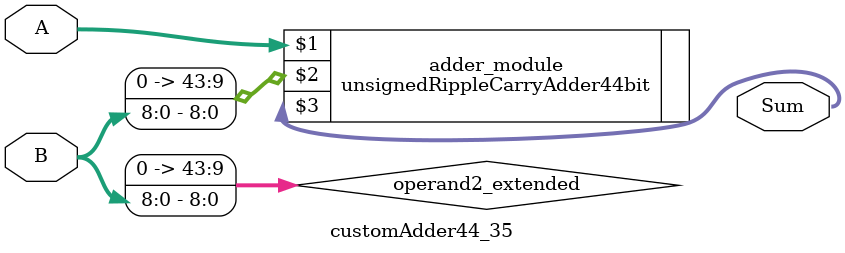
<source format=v>
module customAdder44_35(
                        input [43 : 0] A,
                        input [8 : 0] B,
                        
                        output [44 : 0] Sum
                );

        wire [43 : 0] operand2_extended;
        
        assign operand2_extended =  {35'b0, B};
        
        unsignedRippleCarryAdder44bit adder_module(
            A,
            operand2_extended,
            Sum
        );
        
        endmodule
        
</source>
